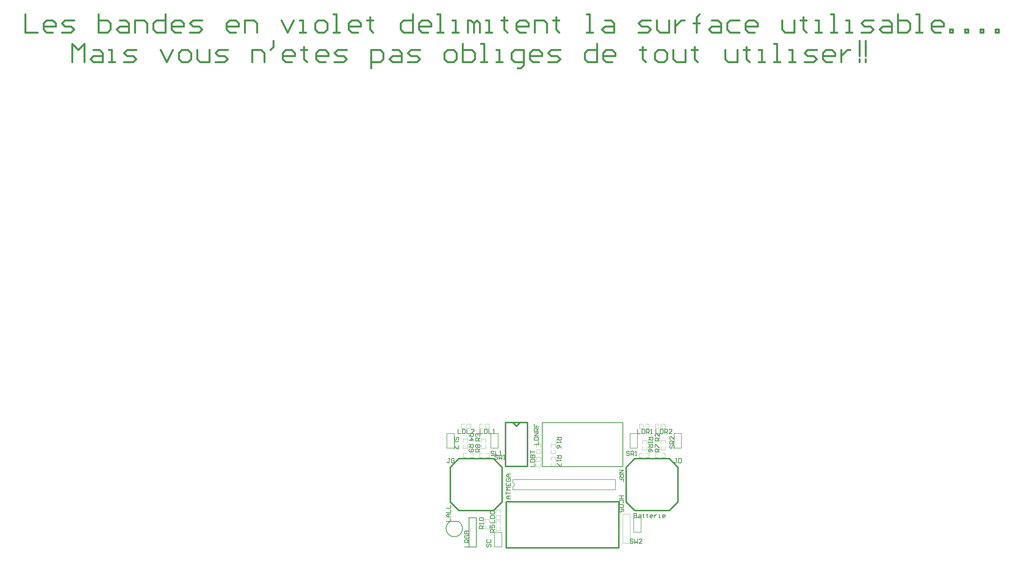
<source format=gto>
G04 Layer_Color=65535*
%FSLAX24Y24*%
%MOIN*%
G70*
G01*
G75*
%ADD29C,0.0050*%
%ADD30C,0.0100*%
%ADD31C,0.0197*%
%ADD32C,0.0079*%
%ADD33C,0.0020*%
%ADD34C,0.0020*%
%ADD35C,0.0039*%
%ADD36C,0.0250*%
G54D29*
X9500Y8750D02*
G03*
X9500Y9250I0J250D01*
G01*
X9500Y8300D02*
X23500D01*
Y9700D01*
X9500D02*
X23500D01*
X9500Y9250D02*
Y9700D01*
Y8300D02*
Y8750D01*
G54D30*
X992Y3996D02*
G03*
X2008Y3996I508J-996D01*
G01*
X13500Y17500D02*
X15000D01*
X13500Y11500D02*
X17000D01*
X18000D01*
X13500D02*
Y13500D01*
Y17500D01*
X15000D02*
X20000D01*
X18000Y11500D02*
X24500D01*
X20000Y17500D02*
X24500D01*
Y11500D02*
Y17500D01*
X1000Y4000D02*
X2000D01*
X4500Y500D02*
Y4500D01*
X3500Y500D02*
X4500D01*
X3500D02*
Y4500D01*
X4500D01*
X24000Y11000D02*
X24600D01*
X24000Y10600D01*
X24600D01*
X24000Y10400D02*
X24600D01*
Y10100D01*
X24500Y10000D01*
X24300D01*
X24200Y10100D01*
Y10400D01*
Y10200D02*
X24000Y10000D01*
X24600Y9401D02*
Y9800D01*
X24300D01*
Y9600D01*
Y9800D01*
X24000D01*
X9175Y7065D02*
X8775D01*
X8575Y7265D01*
X8775Y7465D01*
X9175D01*
X8875D01*
Y7065D01*
X8575Y7665D02*
Y8065D01*
Y7865D01*
X9175D01*
Y8265D02*
X8575D01*
X8775Y8465D01*
X8575Y8664D01*
X9175D01*
X8575Y9264D02*
Y8864D01*
X9175D01*
Y9264D01*
X8875Y8864D02*
Y9064D01*
X8675Y9864D02*
X8575Y9764D01*
Y9564D01*
X8675Y9464D01*
X9075D01*
X9175Y9564D01*
Y9764D01*
X9075Y9864D01*
X8875D01*
Y9664D01*
X9175Y10064D02*
X8775D01*
X8575Y10264D01*
X8775Y10464D01*
X9175D01*
X8875D01*
Y10064D01*
X31900Y12600D02*
X31700D01*
X31800D01*
Y12100D01*
X31700Y12000D01*
X31600D01*
X31500Y12100D01*
X32100Y12600D02*
Y12000D01*
X32400D01*
X32500Y12100D01*
Y12500D01*
X32400Y12600D01*
X32100D01*
X900D02*
X700D01*
X800D01*
Y12100D01*
X700Y12000D01*
X600D01*
X500Y12100D01*
X1500Y12500D02*
X1400Y12600D01*
X1200D01*
X1100Y12500D01*
Y12100D01*
X1200Y12000D01*
X1400D01*
X1500Y12100D01*
Y12300D01*
X1300D01*
X26000Y5100D02*
Y4500D01*
X26300D01*
X26400Y4600D01*
Y4700D01*
X26300Y4800D01*
X26000D01*
X26300D01*
X26400Y4900D01*
Y5000D01*
X26300Y5100D01*
X26000D01*
X26700Y4900D02*
X26900D01*
X27000Y4800D01*
Y4500D01*
X26700D01*
X26600Y4600D01*
X26700Y4700D01*
X27000D01*
X27300Y5000D02*
Y4900D01*
X27200D01*
X27400D01*
X27300D01*
Y4600D01*
X27400Y4500D01*
X27799Y5000D02*
Y4900D01*
X27699D01*
X27899D01*
X27799D01*
Y4600D01*
X27899Y4500D01*
X28499D02*
X28299D01*
X28199Y4600D01*
Y4800D01*
X28299Y4900D01*
X28499D01*
X28599Y4800D01*
Y4700D01*
X28199D01*
X28799Y4900D02*
Y4500D01*
Y4700D01*
X28899Y4800D01*
X28999Y4900D01*
X29099D01*
X29399Y4500D02*
X29599D01*
X29499D01*
Y4900D01*
X29399D01*
X30199Y4500D02*
X29999D01*
X29899Y4600D01*
Y4800D01*
X29999Y4900D01*
X30199D01*
X30299Y4800D01*
Y4700D01*
X29899D01*
X7400Y13000D02*
X7300Y13100D01*
X7100D01*
X7000Y13000D01*
Y12900D01*
X7100Y12800D01*
X7300D01*
X7400Y12700D01*
Y12600D01*
X7300Y12500D01*
X7100D01*
X7000Y12600D01*
X7600Y13100D02*
Y12500D01*
X7800Y12700D01*
X8000Y12500D01*
Y13100D01*
X8200Y12500D02*
X8400D01*
X8300D01*
Y13100D01*
X8200Y13000D01*
X6400Y3800D02*
X7000D01*
Y4200D01*
X6400Y4400D02*
X7000D01*
Y4700D01*
X6900Y4800D01*
X6500D01*
X6400Y4700D01*
Y4400D01*
X6500Y5399D02*
X6400Y5300D01*
Y5100D01*
X6500Y5000D01*
X6900D01*
X7000Y5100D01*
Y5300D01*
X6900Y5399D01*
X5000Y16600D02*
Y16000D01*
X5400D01*
X5600Y16600D02*
Y16000D01*
X5900D01*
X6000Y16100D01*
Y16500D01*
X5900Y16600D01*
X5600D01*
X6200D02*
Y16000D01*
X6599D01*
X6799D02*
X6999D01*
X6899D01*
Y16600D01*
X6799Y16500D01*
X2000Y16600D02*
Y16000D01*
X2400D01*
X2600Y16600D02*
Y16000D01*
X2900D01*
X3000Y16100D01*
Y16500D01*
X2900Y16600D01*
X2600D01*
X3200D02*
Y16000D01*
X3599D01*
X4199D02*
X3799D01*
X4199Y16400D01*
Y16500D01*
X4099Y16600D01*
X3899D01*
X3799Y16500D01*
X26500Y16600D02*
Y16000D01*
X26900D01*
X27100Y16600D02*
Y16000D01*
X27400D01*
X27500Y16100D01*
Y16500D01*
X27400Y16600D01*
X27100D01*
X27700Y16000D02*
Y16600D01*
X28000D01*
X28099Y16500D01*
Y16300D01*
X28000Y16200D01*
X27700D01*
X27900D02*
X28099Y16000D01*
X28299D02*
X28499D01*
X28399D01*
Y16600D01*
X28299Y16500D01*
X29000Y16600D02*
Y16000D01*
X29400D01*
X29600Y16600D02*
Y16000D01*
X29900D01*
X30000Y16100D01*
Y16500D01*
X29900Y16600D01*
X29600D01*
X30200Y16000D02*
Y16600D01*
X30500D01*
X30599Y16500D01*
Y16300D01*
X30500Y16200D01*
X30200D01*
X30400D02*
X30599Y16000D01*
X31199D02*
X30799D01*
X31199Y16400D01*
Y16500D01*
X31099Y16600D01*
X30899D01*
X30799Y16500D01*
X28000Y15500D02*
X28600D01*
Y15200D01*
X28500Y15100D01*
X28300D01*
X28200Y15200D01*
Y15500D01*
Y15300D02*
X28000Y15100D01*
Y14900D02*
Y14700D01*
Y14800D01*
X28600D01*
X28500Y14900D01*
X29500Y15000D02*
X28900D01*
Y15300D01*
X29000Y15400D01*
X29200D01*
X29300Y15300D01*
Y15000D01*
Y15200D02*
X29500Y15400D01*
Y16000D02*
Y15600D01*
X29100Y16000D01*
X29000D01*
X28900Y15900D01*
Y15700D01*
X29000Y15600D01*
X5000Y15000D02*
X4400D01*
Y15300D01*
X4500Y15400D01*
X4700D01*
X4800Y15300D01*
Y15000D01*
Y15200D02*
X5000Y15400D01*
X4500Y15600D02*
X4400Y15700D01*
Y15900D01*
X4500Y16000D01*
X4600D01*
X4700Y15900D01*
Y15800D01*
Y15900D01*
X4800Y16000D01*
X4900D01*
X5000Y15900D01*
Y15700D01*
X4900Y15600D01*
X3500Y16000D02*
X4100D01*
Y15700D01*
X4000Y15600D01*
X3800D01*
X3700Y15700D01*
Y16000D01*
Y15800D02*
X3500Y15600D01*
Y15100D02*
X4100D01*
X3800Y15400D01*
Y15000D01*
X7000Y2500D02*
X6400D01*
Y2800D01*
X6500Y2900D01*
X6700D01*
X6800Y2800D01*
Y2500D01*
Y2700D02*
X7000Y2900D01*
X6400Y3500D02*
Y3100D01*
X6700D01*
X6600Y3300D01*
Y3400D01*
X6700Y3500D01*
X6900D01*
X7000Y3400D01*
Y3200D01*
X6900Y3100D01*
X28000Y14500D02*
X28600D01*
Y14200D01*
X28500Y14100D01*
X28300D01*
X28200Y14200D01*
Y14500D01*
Y14300D02*
X28000Y14100D01*
X28600Y13500D02*
X28500Y13700D01*
X28300Y13900D01*
X28100D01*
X28000Y13800D01*
Y13600D01*
X28100Y13500D01*
X28200D01*
X28300Y13600D01*
Y13900D01*
X29500Y13500D02*
X28900D01*
Y13800D01*
X29000Y13900D01*
X29200D01*
X29300Y13800D01*
Y13500D01*
Y13700D02*
X29500Y13900D01*
X28900Y14100D02*
Y14500D01*
X29000D01*
X29400Y14100D01*
X29500D01*
X5000Y13500D02*
X4400D01*
Y13800D01*
X4500Y13900D01*
X4700D01*
X4800Y13800D01*
Y13500D01*
Y13700D02*
X5000Y13900D01*
X4500Y14100D02*
X4400Y14200D01*
Y14400D01*
X4500Y14500D01*
X4600D01*
X4700Y14400D01*
X4800Y14500D01*
X4900D01*
X5000Y14400D01*
Y14200D01*
X4900Y14100D01*
X4800D01*
X4700Y14200D01*
X4600Y14100D01*
X4500D01*
X4700Y14200D02*
Y14400D01*
X3500Y14500D02*
X4100D01*
Y14200D01*
X4000Y14100D01*
X3800D01*
X3700Y14200D01*
Y14500D01*
Y14300D02*
X3500Y14100D01*
X3600Y13900D02*
X3500Y13800D01*
Y13600D01*
X3600Y13500D01*
X4000D01*
X4100Y13600D01*
Y13800D01*
X4000Y13900D01*
X3900D01*
X3800Y13800D01*
Y13500D01*
X5500Y3000D02*
X4900D01*
Y3300D01*
X5000Y3400D01*
X5200D01*
X5300Y3300D01*
Y3000D01*
Y3200D02*
X5500Y3400D01*
Y3600D02*
Y3800D01*
Y3700D01*
X4900D01*
X5000Y3600D01*
Y4100D02*
X4900Y4200D01*
Y4400D01*
X5000Y4500D01*
X5400D01*
X5500Y4400D01*
Y4200D01*
X5400Y4100D01*
X5000D01*
X6000Y900D02*
X5900Y800D01*
Y600D01*
X6000Y500D01*
X6100D01*
X6200Y600D01*
Y800D01*
X6300Y900D01*
X6400D01*
X6500Y800D01*
Y600D01*
X6400Y500D01*
X6000Y1500D02*
X5900Y1400D01*
Y1200D01*
X6000Y1100D01*
X6400D01*
X6500Y1200D01*
Y1400D01*
X6400Y1500D01*
X6900Y13500D02*
X6800Y13600D01*
X6600D01*
X6500Y13500D01*
Y13400D01*
X6600Y13300D01*
X6800D01*
X6900Y13200D01*
Y13100D01*
X6800Y13000D01*
X6600D01*
X6500Y13100D01*
X7100Y13600D02*
Y13000D01*
X7500D01*
X7700D02*
X7900D01*
X7800D01*
Y13600D01*
X7700Y13500D01*
X2000Y15100D02*
X2100Y15200D01*
Y15400D01*
X2000Y15500D01*
X1900D01*
X1800Y15400D01*
Y15200D01*
X1700Y15100D01*
X1600D01*
X1500Y15200D01*
Y15400D01*
X1600Y15500D01*
X2100Y14900D02*
X1500D01*
Y14500D01*
Y13901D02*
Y14300D01*
X1900Y13901D01*
X2000D01*
X2100Y14000D01*
Y14200D01*
X2000Y14300D01*
X25400Y13500D02*
X25300Y13600D01*
X25100D01*
X25000Y13500D01*
Y13400D01*
X25100Y13300D01*
X25300D01*
X25400Y13200D01*
Y13100D01*
X25300Y13000D01*
X25100D01*
X25000Y13100D01*
X25600Y13000D02*
Y13600D01*
X25900D01*
X26000Y13500D01*
Y13300D01*
X25900Y13200D01*
X25600D01*
X25800D02*
X26000Y13000D01*
X26200D02*
X26400D01*
X26300D01*
Y13600D01*
X26200Y13500D01*
X31000Y14400D02*
X30900Y14300D01*
Y14100D01*
X31000Y14000D01*
X31100D01*
X31200Y14100D01*
Y14300D01*
X31300Y14400D01*
X31400D01*
X31500Y14300D01*
Y14100D01*
X31400Y14000D01*
X31500Y14600D02*
X30900D01*
Y14900D01*
X31000Y15000D01*
X31200D01*
X31300Y14900D01*
Y14600D01*
Y14800D02*
X31500Y15000D01*
Y15599D02*
Y15200D01*
X31100Y15599D01*
X31000D01*
X30900Y15500D01*
Y15300D01*
X31000Y15200D01*
X24600Y7500D02*
X24000D01*
X24300D01*
Y7100D01*
X24600D01*
X24000D01*
X24500Y6500D02*
X24600Y6600D01*
Y6800D01*
X24500Y6900D01*
X24100D01*
X24000Y6800D01*
Y6600D01*
X24100Y6500D01*
X24500Y6300D02*
X24600Y6200D01*
Y6000D01*
X24500Y5901D01*
X24100D01*
X24000Y6000D01*
Y6200D01*
X24100Y6300D01*
X24500D01*
X24600Y5301D02*
Y5701D01*
X24300D01*
X24400Y5501D01*
Y5401D01*
X24300Y5301D01*
X24100D01*
X24000Y5401D01*
Y5601D01*
X24100Y5701D01*
X400Y4000D02*
X1000D01*
Y4400D01*
Y4600D02*
X600D01*
X400Y4800D01*
X600Y5000D01*
X1000D01*
X700D01*
Y4600D01*
X400Y5200D02*
X1000D01*
Y5599D01*
X400Y5799D02*
X1000D01*
Y6199D01*
X2900Y500D02*
X3500D01*
Y900D01*
Y1100D02*
X2900D01*
Y1400D01*
X3000Y1500D01*
X3200D01*
X3300Y1400D01*
Y1100D01*
Y1300D02*
X3500Y1500D01*
X3000Y2099D02*
X2900Y2000D01*
Y1800D01*
X3000Y1700D01*
X3400D01*
X3500Y1800D01*
Y2000D01*
X3400Y2099D01*
X3200D01*
Y1900D01*
X2900Y2299D02*
X3500D01*
Y2599D01*
X3400Y2699D01*
X3300D01*
X3200Y2599D01*
Y2299D01*
Y2599D01*
X3100Y2699D01*
X3000D01*
X2900Y2599D01*
Y2299D01*
X25900Y1500D02*
X25800Y1600D01*
X25600D01*
X25500Y1500D01*
Y1400D01*
X25600Y1300D01*
X25800D01*
X25900Y1200D01*
Y1100D01*
X25800Y1000D01*
X25600D01*
X25500Y1100D01*
X26100Y1600D02*
Y1000D01*
X26300Y1200D01*
X26500Y1000D01*
Y1600D01*
X27099Y1000D02*
X26700D01*
X27099Y1400D01*
Y1500D01*
X27000Y1600D01*
X26800D01*
X26700Y1500D01*
X12400Y14500D02*
X13000D01*
Y14900D01*
X12400Y15100D02*
X13000D01*
Y15400D01*
X12900Y15500D01*
X12500D01*
X12400Y15400D01*
Y15100D01*
X13000Y15700D02*
X12400D01*
X13000Y16099D01*
X12400D01*
X13000Y16299D02*
X12400D01*
Y16599D01*
X12500Y16699D01*
X12700D01*
X12800Y16599D01*
Y16299D01*
Y16499D02*
X13000Y16699D01*
X12400Y17299D02*
Y16899D01*
X12700D01*
Y17099D01*
Y16899D01*
X13000D01*
X11900Y11500D02*
X12500D01*
Y11900D01*
X11900Y12100D02*
X12500D01*
Y12400D01*
X12400Y12500D01*
X12000D01*
X11900Y12400D01*
Y12100D01*
Y12700D02*
X12500D01*
Y13000D01*
X12400Y13099D01*
X12300D01*
X12200Y13000D01*
Y12700D01*
Y13000D01*
X12100Y13099D01*
X12000D01*
X11900Y13000D01*
Y12700D01*
Y13299D02*
Y13699D01*
Y13499D01*
X12500D01*
X15500Y15500D02*
X16100D01*
Y15200D01*
X16000Y15100D01*
X15800D01*
X15700Y15200D01*
Y15500D01*
Y15300D02*
X15500Y15100D01*
Y14900D02*
Y14700D01*
Y14800D01*
X16100D01*
X16000Y14900D01*
X16100Y14000D02*
X16000Y14200D01*
X15800Y14400D01*
X15600D01*
X15500Y14300D01*
Y14100D01*
X15600Y14000D01*
X15700D01*
X15800Y14100D01*
Y14400D01*
X15500Y13000D02*
X16100D01*
Y12700D01*
X16000Y12600D01*
X15800D01*
X15700Y12700D01*
Y13000D01*
Y12800D02*
X15500Y12600D01*
Y12400D02*
Y12200D01*
Y12300D01*
X16100D01*
X16000Y12400D01*
X16100Y11900D02*
Y11500D01*
X16000D01*
X15600Y11900D01*
X15500D01*
G54D31*
X957Y11362D02*
X2138Y12543D01*
X6862D02*
X8043Y11362D01*
X2138Y12543D02*
X6862D01*
Y5457D02*
X8043Y6638D01*
Y11362D01*
X2138Y5457D02*
X6862D01*
X957Y6638D02*
X2138Y5457D01*
X957Y6638D02*
Y11362D01*
X24957D02*
X26138Y12543D01*
X30862D02*
X32043Y11362D01*
X26138Y12543D02*
X30862D01*
Y5457D02*
X32043Y6638D01*
Y11362D01*
X26138Y5457D02*
X30862D01*
X24957Y6638D02*
X26138Y5457D01*
X24957Y6638D02*
Y11362D01*
X8606Y6650D02*
X23961D01*
Y350D02*
Y6650D01*
X8606Y350D02*
X23961D01*
X8606D02*
Y6650D01*
X8500Y11500D02*
Y17500D01*
Y11500D02*
X11500D01*
Y17500D01*
X8500D02*
X11500D01*
X9500D02*
X10000Y17000D01*
X10500Y17500D01*
G54D32*
X26000Y2500D02*
Y4500D01*
Y2500D02*
X27000D01*
Y4500D01*
X26000D02*
X27000D01*
X7000Y500D02*
Y2500D01*
Y500D02*
X8000D01*
Y2500D01*
X7000D02*
X8000D01*
X6500Y14000D02*
Y16000D01*
Y14000D02*
X7500D01*
Y16000D01*
X6500D02*
X7500D01*
X500Y14000D02*
Y16000D01*
Y14000D02*
X1500D01*
Y16000D01*
X500D02*
X1500D01*
X25500Y14000D02*
Y16000D01*
Y14000D02*
X26500D01*
Y16000D01*
X25500D02*
X26500D01*
X31500Y14000D02*
Y16000D01*
Y14000D02*
X32500D01*
Y16000D01*
X31500D02*
X32500D01*
G54D33*
X5700Y3800D02*
Y4250D01*
X6300Y2950D02*
Y3400D01*
X5700Y2950D02*
X6300D01*
X5700D02*
Y3400D01*
Y4250D02*
X6300D01*
Y3800D02*
Y4250D01*
X7200D02*
Y4700D01*
Y4250D02*
X7800D01*
Y5100D02*
Y5550D01*
X7200D02*
X7800D01*
X7200Y5100D02*
Y5550D01*
X7800Y4250D02*
Y4700D01*
X3600Y13300D02*
X4050D01*
X2750Y12700D02*
X3200D01*
X2750D02*
Y13300D01*
X3200D01*
X4050Y12700D02*
Y13300D01*
X3600Y12700D02*
X4050D01*
X2700Y14800D02*
Y15250D01*
X3300Y13950D02*
Y14400D01*
X2700Y13950D02*
X3300D01*
X2700D02*
Y14400D01*
Y15250D02*
X3300D01*
Y14800D02*
Y15250D01*
X5200Y14800D02*
Y15250D01*
X5800Y13950D02*
Y14400D01*
X5200Y13950D02*
X5800D01*
X5200D02*
Y14400D01*
Y15250D02*
X5800D01*
Y14800D02*
Y15250D01*
Y13300D02*
X6250D01*
X4950Y12700D02*
X5400D01*
X4950D02*
Y13300D01*
X5400D01*
X6250Y12700D02*
Y13300D01*
X5800Y12700D02*
X6250D01*
X5800Y16700D02*
X6250D01*
Y17300D01*
X4950D02*
X5400D01*
X4950Y16700D02*
Y17300D01*
Y16700D02*
X5400D01*
X5800Y17300D02*
X6250D01*
X30300Y13750D02*
Y14200D01*
X29700Y14600D02*
Y15050D01*
X30300D01*
Y14600D02*
Y15050D01*
X29700Y13750D02*
X30300D01*
X29700D02*
Y14200D01*
X29800Y13300D02*
X30250D01*
X28950Y12700D02*
X29400D01*
X28950D02*
Y13300D01*
X29400D01*
X30250Y12700D02*
Y13300D01*
X29800Y12700D02*
X30250D01*
X29800Y16700D02*
X30250D01*
Y17300D01*
X28950D02*
X29400D01*
X28950Y16700D02*
Y17300D01*
Y16700D02*
X29400D01*
X29800Y17300D02*
X30250D01*
X27800Y13750D02*
Y14200D01*
X27200Y14600D02*
Y15050D01*
X27800D01*
Y14600D02*
Y15050D01*
X27200Y13750D02*
X27800D01*
X27200D02*
Y14200D01*
X26750Y12700D02*
X27200D01*
X27600Y13300D02*
X28050D01*
Y12700D02*
Y13300D01*
X27600Y12700D02*
X28050D01*
X26750D02*
Y13300D01*
X27200D01*
X26750Y17300D02*
X27200D01*
X26750Y16700D02*
Y17300D01*
X27600Y16700D02*
X28050D01*
Y17300D01*
X27600D02*
X28050D01*
X26750Y16700D02*
X27200D01*
X3300D02*
X3750D01*
Y17300D01*
X2450D02*
X2900D01*
X2450Y16700D02*
Y17300D01*
Y16700D02*
X2900D01*
X3300Y17300D02*
X3750D01*
X7800Y2750D02*
Y3200D01*
X7200Y3600D02*
Y4050D01*
X7800D01*
Y3600D02*
Y4050D01*
X7200Y2750D02*
X7800D01*
X7200D02*
Y3200D01*
X14700Y12300D02*
Y12750D01*
X15300Y11450D02*
Y11900D01*
X14700Y11450D02*
X15300D01*
X14700D02*
Y11900D01*
Y12750D02*
X15300D01*
Y12300D02*
Y12750D01*
X13300Y12300D02*
Y12750D01*
X12700D02*
X13300D01*
X12700Y11450D02*
Y11900D01*
Y11450D02*
X13300D01*
Y11900D01*
X12700Y12300D02*
Y12750D01*
X15300Y13250D02*
Y13700D01*
X14700Y14100D02*
Y14550D01*
X15300D01*
Y14100D02*
Y14550D01*
X14700Y13250D02*
X15300D01*
X14700D02*
Y13700D01*
X12700Y13250D02*
Y13700D01*
Y13250D02*
X13300D01*
Y14100D02*
Y14550D01*
X12700D02*
X13300D01*
X12700Y14100D02*
Y14550D01*
X13300Y13250D02*
Y13700D01*
G54D34*
X7200Y4800D02*
X7800D01*
X5700Y16700D02*
Y17300D01*
X29700Y16700D02*
Y17300D01*
X27300Y16700D02*
Y17300D01*
X3200Y16700D02*
Y17300D01*
X12700Y12200D02*
X13300D01*
X12700Y13800D02*
X13300D01*
G54D35*
X24500Y1000D02*
Y5000D01*
X25500D01*
Y1000D02*
Y5000D01*
X24500Y1000D02*
X25500D01*
G54D36*
X-50650Y66750D02*
Y69249D01*
X-49817Y68416D01*
X-48984Y69249D01*
Y66750D01*
X-47734Y68416D02*
X-46901D01*
X-46485Y68000D01*
Y66750D01*
X-47734D01*
X-48151Y67167D01*
X-47734Y67583D01*
X-46485D01*
X-45652Y66750D02*
X-44819D01*
X-45235D01*
Y68416D01*
X-45652D01*
X-43569Y66750D02*
X-42319D01*
X-41903Y67167D01*
X-42319Y67583D01*
X-43152D01*
X-43569Y68000D01*
X-43152Y68416D01*
X-41903D01*
X-38571D02*
X-37738Y66750D01*
X-36904Y68416D01*
X-35655Y66750D02*
X-34822D01*
X-34405Y67167D01*
Y68000D01*
X-34822Y68416D01*
X-35655D01*
X-36071Y68000D01*
Y67167D01*
X-35655Y66750D01*
X-33572Y68416D02*
Y67167D01*
X-33156Y66750D01*
X-31906D01*
Y68416D01*
X-31073Y66750D02*
X-29823D01*
X-29407Y67167D01*
X-29823Y67583D01*
X-30656D01*
X-31073Y68000D01*
X-30656Y68416D01*
X-29407D01*
X-26075Y66750D02*
Y68416D01*
X-24825D01*
X-24408Y68000D01*
Y66750D01*
X-23159Y69666D02*
Y68833D01*
X-23575Y68416D01*
X-20660Y66750D02*
X-21493D01*
X-21909Y67167D01*
Y68000D01*
X-21493Y68416D01*
X-20660D01*
X-20243Y68000D01*
Y67583D01*
X-21909D01*
X-18994Y68833D02*
Y68416D01*
X-19410D01*
X-18577D01*
X-18994D01*
Y67167D01*
X-18577Y66750D01*
X-16078D02*
X-16911D01*
X-17327Y67167D01*
Y68000D01*
X-16911Y68416D01*
X-16078D01*
X-15661Y68000D01*
Y67583D01*
X-17327D01*
X-14828Y66750D02*
X-13579D01*
X-13162Y67167D01*
X-13579Y67583D01*
X-14412D01*
X-14828Y68000D01*
X-14412Y68416D01*
X-13162D01*
X-9830Y65917D02*
Y68416D01*
X-8580D01*
X-8164Y68000D01*
Y67167D01*
X-8580Y66750D01*
X-9830D01*
X-6914Y68416D02*
X-6081D01*
X-5665Y68000D01*
Y66750D01*
X-6914D01*
X-7331Y67167D01*
X-6914Y67583D01*
X-5665D01*
X-4831Y66750D02*
X-3582D01*
X-3165Y67167D01*
X-3582Y67583D01*
X-4415D01*
X-4831Y68000D01*
X-4415Y68416D01*
X-3165D01*
X583Y66750D02*
X1417D01*
X1833Y67167D01*
Y68000D01*
X1417Y68416D01*
X583D01*
X167Y68000D01*
Y67167D01*
X583Y66750D01*
X2666Y69249D02*
Y66750D01*
X3916D01*
X4332Y67167D01*
Y67583D01*
Y68000D01*
X3916Y68416D01*
X2666D01*
X5165Y66750D02*
X5998D01*
X5582D01*
Y69249D01*
X5165D01*
X7248Y66750D02*
X8081D01*
X7664D01*
Y68416D01*
X7248D01*
X10164Y65917D02*
X10580D01*
X10997Y66333D01*
Y68416D01*
X9747D01*
X9331Y68000D01*
Y67167D01*
X9747Y66750D01*
X10997D01*
X13079D02*
X12246D01*
X11830Y67167D01*
Y68000D01*
X12246Y68416D01*
X13079D01*
X13496Y68000D01*
Y67583D01*
X11830D01*
X14329Y66750D02*
X15579D01*
X15995Y67167D01*
X15579Y67583D01*
X14746D01*
X14329Y68000D01*
X14746Y68416D01*
X15995D01*
X20993Y69249D02*
Y66750D01*
X19744D01*
X19327Y67167D01*
Y68000D01*
X19744Y68416D01*
X20993D01*
X23076Y66750D02*
X22243D01*
X21827Y67167D01*
Y68000D01*
X22243Y68416D01*
X23076D01*
X23493Y68000D01*
Y67583D01*
X21827D01*
X27241Y68833D02*
Y68416D01*
X26825D01*
X27658D01*
X27241D01*
Y67167D01*
X27658Y66750D01*
X29324D02*
X30157D01*
X30574Y67167D01*
Y68000D01*
X30157Y68416D01*
X29324D01*
X28908Y68000D01*
Y67167D01*
X29324Y66750D01*
X31407Y68416D02*
Y67167D01*
X31823Y66750D01*
X33073D01*
Y68416D01*
X34323Y68833D02*
Y68416D01*
X33906D01*
X34739D01*
X34323D01*
Y67167D01*
X34739Y66750D01*
X38488Y68416D02*
Y67167D01*
X38904Y66750D01*
X40154D01*
Y68416D01*
X41404Y68833D02*
Y68416D01*
X40987D01*
X41820D01*
X41404D01*
Y67167D01*
X41820Y66750D01*
X43070D02*
X43903D01*
X43486D01*
Y68416D01*
X43070D01*
X45152Y66750D02*
X45985D01*
X45569D01*
Y69249D01*
X45152D01*
X47235Y66750D02*
X48068D01*
X47652D01*
Y68416D01*
X47235D01*
X49318Y66750D02*
X50567D01*
X50984Y67167D01*
X50567Y67583D01*
X49734D01*
X49318Y68000D01*
X49734Y68416D01*
X50984D01*
X53066Y66750D02*
X52233D01*
X51817Y67167D01*
Y68000D01*
X52233Y68416D01*
X53066D01*
X53483Y68000D01*
Y67583D01*
X51817D01*
X54316Y68416D02*
Y66750D01*
Y67583D01*
X54733Y68000D01*
X55149Y68416D01*
X55566D01*
X56815Y67583D02*
Y69666D01*
Y67167D02*
Y66750D01*
X57648Y67583D02*
Y69666D01*
Y67167D02*
Y66750D01*
X-57050Y73299D02*
Y70800D01*
X-55384D01*
X-53301D02*
X-54134D01*
X-54551Y71217D01*
Y72050D01*
X-54134Y72466D01*
X-53301D01*
X-52885Y72050D01*
Y71633D01*
X-54551D01*
X-52052Y70800D02*
X-50802D01*
X-50385Y71217D01*
X-50802Y71633D01*
X-51635D01*
X-52052Y72050D01*
X-51635Y72466D01*
X-50385D01*
X-47053Y73299D02*
Y70800D01*
X-45804D01*
X-45387Y71217D01*
Y71633D01*
Y72050D01*
X-45804Y72466D01*
X-47053D01*
X-44138D02*
X-43304D01*
X-42888Y72050D01*
Y70800D01*
X-44138D01*
X-44554Y71217D01*
X-44138Y71633D01*
X-42888D01*
X-42055Y70800D02*
Y72466D01*
X-40805D01*
X-40389Y72050D01*
Y70800D01*
X-37890Y73299D02*
Y70800D01*
X-39139D01*
X-39556Y71217D01*
Y72050D01*
X-39139Y72466D01*
X-37890D01*
X-35807Y70800D02*
X-36640D01*
X-37056Y71217D01*
Y72050D01*
X-36640Y72466D01*
X-35807D01*
X-35390Y72050D01*
Y71633D01*
X-37056D01*
X-34557Y70800D02*
X-33308D01*
X-32891Y71217D01*
X-33308Y71633D01*
X-34141D01*
X-34557Y72050D01*
X-34141Y72466D01*
X-32891D01*
X-28309Y70800D02*
X-29142D01*
X-29559Y71217D01*
Y72050D01*
X-29142Y72466D01*
X-28309D01*
X-27893Y72050D01*
Y71633D01*
X-29559D01*
X-27060Y70800D02*
Y72466D01*
X-25810D01*
X-25394Y72050D01*
Y70800D01*
X-22061Y72466D02*
X-21228Y70800D01*
X-20395Y72466D01*
X-19562Y70800D02*
X-18729D01*
X-19146D01*
Y72466D01*
X-19562D01*
X-17063Y70800D02*
X-16230D01*
X-15813Y71217D01*
Y72050D01*
X-16230Y72466D01*
X-17063D01*
X-17479Y72050D01*
Y71217D01*
X-17063Y70800D01*
X-14980D02*
X-14147D01*
X-14564D01*
Y73299D01*
X-14980D01*
X-11648Y70800D02*
X-12481D01*
X-12898Y71217D01*
Y72050D01*
X-12481Y72466D01*
X-11648D01*
X-11231Y72050D01*
Y71633D01*
X-12898D01*
X-9982Y72883D02*
Y72466D01*
X-10398D01*
X-9565D01*
X-9982D01*
Y71217D01*
X-9565Y70800D01*
X-4150Y73299D02*
Y70800D01*
X-5400D01*
X-5817Y71217D01*
Y72050D01*
X-5400Y72466D01*
X-4150D01*
X-2068Y70800D02*
X-2901D01*
X-3317Y71217D01*
Y72050D01*
X-2901Y72466D01*
X-2068D01*
X-1651Y72050D01*
Y71633D01*
X-3317D01*
X-818Y70800D02*
X15D01*
X-402D01*
Y73299D01*
X-818D01*
X1264Y70800D02*
X2098D01*
X1681D01*
Y72466D01*
X1264D01*
X3347Y70800D02*
Y72466D01*
X3764D01*
X4180Y72050D01*
Y70800D01*
Y72050D01*
X4597Y72466D01*
X5013Y72050D01*
Y70800D01*
X5846D02*
X6679D01*
X6263D01*
Y72466D01*
X5846D01*
X8346Y72883D02*
Y72466D01*
X7929D01*
X8762D01*
X8346D01*
Y71217D01*
X8762Y70800D01*
X11261D02*
X10428D01*
X10012Y71217D01*
Y72050D01*
X10428Y72466D01*
X11261D01*
X11678Y72050D01*
Y71633D01*
X10012D01*
X12511Y70800D02*
Y72466D01*
X13760D01*
X14177Y72050D01*
Y70800D01*
X15427Y72883D02*
Y72466D01*
X15010D01*
X15843D01*
X15427D01*
Y71217D01*
X15843Y70800D01*
X19592D02*
X20425D01*
X20008D01*
Y73299D01*
X19592D01*
X22091Y72466D02*
X22924D01*
X23341Y72050D01*
Y70800D01*
X22091D01*
X21675Y71217D01*
X22091Y71633D01*
X23341D01*
X26673Y70800D02*
X27923D01*
X28339Y71217D01*
X27923Y71633D01*
X27089D01*
X26673Y72050D01*
X27089Y72466D01*
X28339D01*
X29172D02*
Y71217D01*
X29589Y70800D01*
X30838D01*
Y72466D01*
X31671D02*
Y70800D01*
Y71633D01*
X32088Y72050D01*
X32504Y72466D01*
X32921D01*
X34587Y70800D02*
Y72883D01*
Y72050D01*
X34171D01*
X35004D01*
X34587D01*
Y72883D01*
X35004Y73299D01*
X36670Y72466D02*
X37503D01*
X37919Y72050D01*
Y70800D01*
X36670D01*
X36253Y71217D01*
X36670Y71633D01*
X37919D01*
X40418Y72466D02*
X39169D01*
X38752Y72050D01*
Y71217D01*
X39169Y70800D01*
X40418D01*
X42501D02*
X41668D01*
X41252Y71217D01*
Y72050D01*
X41668Y72466D01*
X42501D01*
X42918Y72050D01*
Y71633D01*
X41252D01*
X46250Y72466D02*
Y71217D01*
X46666Y70800D01*
X47916D01*
Y72466D01*
X49166Y72883D02*
Y72466D01*
X48749D01*
X49582D01*
X49166D01*
Y71217D01*
X49582Y70800D01*
X50832D02*
X51665D01*
X51248D01*
Y72466D01*
X50832D01*
X52914Y70800D02*
X53748D01*
X53331D01*
Y73299D01*
X52914D01*
X54997Y70800D02*
X55830D01*
X55414D01*
Y72466D01*
X54997D01*
X57080Y70800D02*
X58329D01*
X58746Y71217D01*
X58329Y71633D01*
X57496D01*
X57080Y72050D01*
X57496Y72466D01*
X58746D01*
X59995D02*
X60829D01*
X61245Y72050D01*
Y70800D01*
X59995D01*
X59579Y71217D01*
X59995Y71633D01*
X61245D01*
X62078Y73299D02*
Y70800D01*
X63328D01*
X63744Y71217D01*
Y71633D01*
Y72050D01*
X63328Y72466D01*
X62078D01*
X64577Y70800D02*
X65410D01*
X64994D01*
Y73299D01*
X64577D01*
X67910Y70800D02*
X67077D01*
X66660Y71217D01*
Y72050D01*
X67077Y72466D01*
X67910D01*
X68326Y72050D01*
Y71633D01*
X66660D01*
X69159Y70800D02*
Y71217D01*
X69576D01*
Y70800D01*
X69159D01*
X71242D02*
Y71217D01*
X71658D01*
Y70800D01*
X71242D01*
X73325D02*
Y71217D01*
X73741D01*
Y70800D01*
X73325D01*
X75407D02*
Y71217D01*
X75824D01*
Y70800D01*
X75407D01*
M02*

</source>
